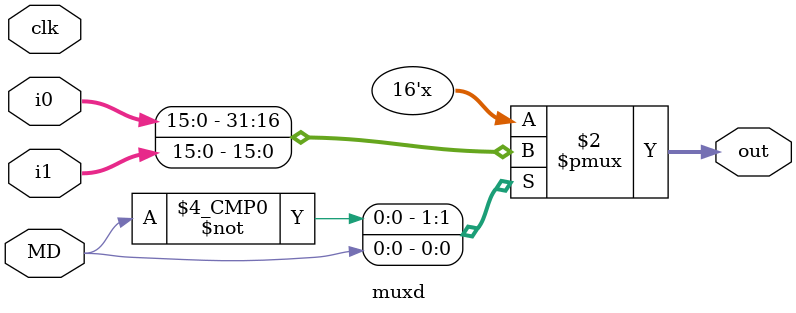
<source format=v>
`timescale 1ns / 1ps
module muxd(
input [15:0] i0,
input [15:0] i1,
input MD,
input clk,
output reg [15:0] out
);


always@(clk or MD or i0 or i1)
begin case(MD)
0 : out <= i0;
1 : out <= i1;
endcase end
endmodule
</source>
